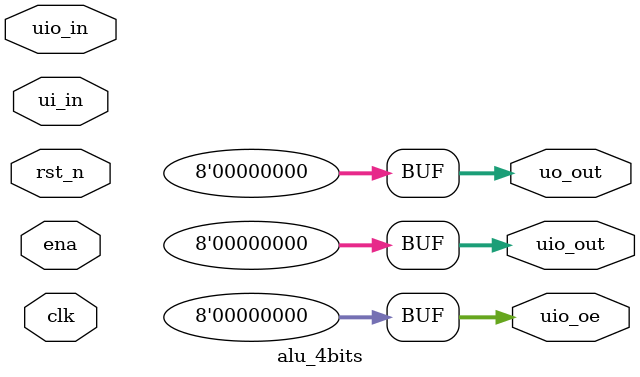
<source format=v>
module alu_4bits (
   input  wire [7:0] ui_in,    // Dedicated inputs
    output wire [7:0] uo_out,   // Dedicated outputs
    input  wire [7:0] uio_in,   // IOs: Input path
    output wire [7:0] uio_out,  // IOs: Output path
    output wire [7:0] uio_oe,   // IOs: Enable path (active high: 0=input, 1=output)
    input  wire       ena,      // will go high when the design is enabled
    input  wire       clk,      // clock
    input  wire       rst_n     // reset_n - low to reset
);
 
  reg [7:0] A, B;
  wire [7:0] AB;
  assign AB = ui_in & 8'b0001_0000;
  always @(posedge clk or negedge rst_n) begin
    if (!rst_n) begin
      A <= 8'b0;
      B <= 8'b0;
    end else if (AB == 8'b0001_0000) begin
      A <= ui_in & 8'b0000_1111;
    end else begin
      B <= ui_in & 8'b0000_1111;
    end
  end
  
  wire [7:0]operation;
  assign operation = ui_in & 8'b1110_0000;
  


  // Assign other outputs based on the design requirements
  assign uo_out = 8'b0; // Placeholder, replace with actual logic
  assign uio_out = 8'b0; // Placeholder, replace with actual logic
  assign uio_oe = 8'b0; // Placeholder, replace with actual logic

endmodule
</source>
